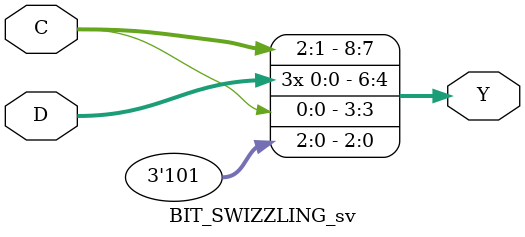
<source format=sv>

module BIT_SWIZZLING_sv 
(
    input logic [4:0] C,
    input logic [4:0] D,
    output logic [8:0] Y
);

assign Y = {C[2:1], {3{D[0]}}, C[0], 3'b101}; //y = c2c1d0d0d0c0101 3'b101 - constant

endmodule
</source>
